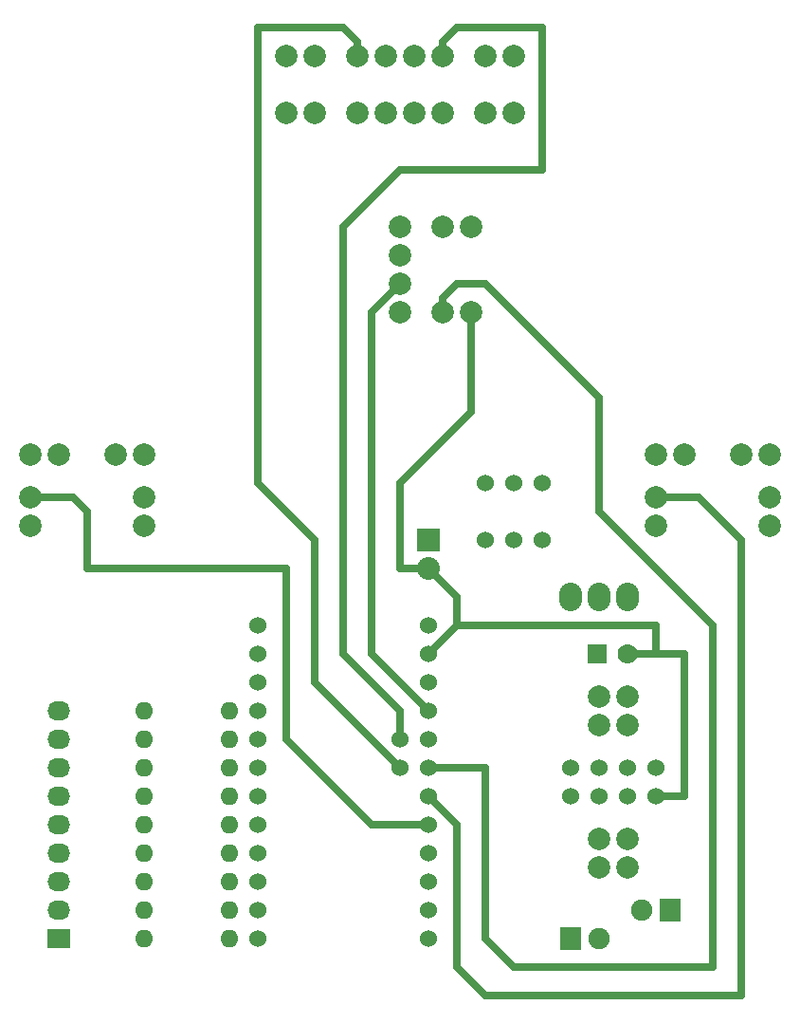
<source format=gbr>
G04 #@! TF.FileFunction,Copper,L2,Bot,Signal*
%FSLAX46Y46*%
G04 Gerber Fmt 4.6, Leading zero omitted, Abs format (unit mm)*
G04 Created by KiCad (PCBNEW 4.0.2+dfsg1-stable) date Пан 28 Сак 2016 16:34:23*
%MOMM*%
G01*
G04 APERTURE LIST*
%ADD10C,0.100000*%
%ADD11C,1.524000*%
%ADD12O,1.600000X1.600000*%
%ADD13O,2.032000X2.540000*%
%ADD14R,1.778000X1.778000*%
%ADD15C,1.778000*%
%ADD16R,1.900000X2.000000*%
%ADD17C,1.900000*%
%ADD18R,2.032000X1.727200*%
%ADD19O,2.032000X1.727200*%
%ADD20R,2.032000X2.032000*%
%ADD21O,2.032000X2.032000*%
%ADD22C,1.998980*%
%ADD23C,2.000000*%
%ADD24C,0.700000*%
G04 APERTURE END LIST*
D10*
D11*
X152400000Y-93980000D03*
X154940000Y-93980000D03*
X157480000Y-93980000D03*
X152400000Y-99060000D03*
X154940000Y-99060000D03*
X157480000Y-99060000D03*
D12*
X129540000Y-134620000D03*
X129540000Y-132080000D03*
X129540000Y-129540000D03*
X129540000Y-127000000D03*
X129540000Y-124460000D03*
X129540000Y-121920000D03*
X129540000Y-119380000D03*
X129540000Y-116840000D03*
X129540000Y-114300000D03*
X121920000Y-114300000D03*
X121920000Y-116840000D03*
X121920000Y-119380000D03*
X121920000Y-121920000D03*
X121920000Y-124460000D03*
X121920000Y-127000000D03*
X121920000Y-129540000D03*
X121920000Y-132080000D03*
X121920000Y-134620000D03*
D11*
X147320000Y-106680000D03*
X147320000Y-109220000D03*
X147320000Y-111760000D03*
X147320000Y-114300000D03*
X147320000Y-116840000D03*
X147320000Y-119380000D03*
X147320000Y-121920000D03*
X147320000Y-124460000D03*
X147320000Y-127000000D03*
X147320000Y-129540000D03*
X147320000Y-132080000D03*
X147320000Y-134620000D03*
X144780000Y-116840000D03*
X144780000Y-119380000D03*
X132080000Y-134620000D03*
X132080000Y-132080000D03*
X132080000Y-129540000D03*
X132080000Y-127000000D03*
X132080000Y-124460000D03*
X132080000Y-121920000D03*
X132080000Y-119380000D03*
X132080000Y-116840000D03*
X132080000Y-114300000D03*
X132080000Y-111760000D03*
X132080000Y-109220000D03*
X132080000Y-106680000D03*
D13*
X165100000Y-104140000D03*
X162560000Y-104140000D03*
X160020000Y-104140000D03*
D14*
X162433000Y-109220000D03*
D15*
X165100000Y-109220000D03*
D16*
X160020000Y-134620000D03*
D17*
X162560000Y-134620000D03*
D16*
X168910000Y-132080000D03*
D17*
X166370000Y-132080000D03*
D18*
X114300000Y-134620000D03*
D19*
X114300000Y-132080000D03*
X114300000Y-129540000D03*
X114300000Y-127000000D03*
X114300000Y-124460000D03*
X114300000Y-121920000D03*
X114300000Y-119380000D03*
X114300000Y-116840000D03*
X114300000Y-114300000D03*
D20*
X147320000Y-99060000D03*
D21*
X147320000Y-101600000D03*
D22*
X162560000Y-125730000D03*
X162560000Y-128270000D03*
X162560000Y-113030000D03*
X162560000Y-115570000D03*
X165100000Y-113030000D03*
X165100000Y-115570000D03*
X165100000Y-125730000D03*
X165100000Y-128270000D03*
D11*
X160020000Y-119380000D03*
X162560000Y-119380000D03*
X165100000Y-119380000D03*
X167640000Y-119380000D03*
X167640000Y-121920000D03*
X165100000Y-121920000D03*
X162560000Y-121920000D03*
X160020000Y-121920000D03*
D23*
X137160000Y-60960000D03*
X134620000Y-60960000D03*
X137160000Y-55880000D03*
X134620000Y-55880000D03*
X121920000Y-91440000D03*
X119380000Y-91440000D03*
X111760000Y-91440000D03*
X114300000Y-91440000D03*
X144780000Y-71120000D03*
X144780000Y-73660000D03*
X144780000Y-78740000D03*
X144780000Y-76200000D03*
X152400000Y-60960000D03*
X154940000Y-60960000D03*
X152400000Y-55880000D03*
X154940000Y-55880000D03*
X177800000Y-91440000D03*
X175260000Y-91440000D03*
X167640000Y-91440000D03*
X170180000Y-91440000D03*
D22*
X140970000Y-60960000D03*
X143510000Y-60960000D03*
X140970000Y-55880000D03*
X143510000Y-55880000D03*
X121920000Y-95250000D03*
X121920000Y-97790000D03*
X111760000Y-95250000D03*
X111760000Y-97790000D03*
X148590000Y-71120000D03*
X151130000Y-71120000D03*
X148590000Y-78740000D03*
X151130000Y-78740000D03*
X148590000Y-60960000D03*
X146050000Y-60960000D03*
X148590000Y-55880000D03*
X146050000Y-55880000D03*
X177800000Y-95250000D03*
X177800000Y-97790000D03*
X167640000Y-95250000D03*
X167640000Y-97790000D03*
D24*
X147320000Y-101600000D02*
X144780000Y-101600000D01*
X151130000Y-87630000D02*
X144780000Y-93980000D01*
X144780000Y-93980000D02*
X144780000Y-101600000D01*
X151130000Y-87630000D02*
X151130000Y-78740000D01*
X149860000Y-106680000D02*
X167640000Y-106680000D01*
X167640000Y-106680000D02*
X167640000Y-109220000D01*
X167640000Y-121920000D02*
X170180000Y-121920000D01*
X170180000Y-121920000D02*
X170180000Y-109220000D01*
X170180000Y-109220000D02*
X167640000Y-109220000D01*
X167640000Y-109220000D02*
X165100000Y-109220000D01*
X147320000Y-109220000D02*
X149860000Y-106680000D01*
X149860000Y-104140000D02*
X147320000Y-101600000D01*
X149860000Y-106680000D02*
X149860000Y-104140000D01*
X144780000Y-76200000D02*
X142240000Y-78740000D01*
X142240000Y-109220000D02*
X147320000Y-114300000D01*
X142240000Y-106680000D02*
X142240000Y-109220000D01*
X142240000Y-78740000D02*
X142240000Y-106680000D01*
X140970000Y-55880000D02*
X140970000Y-54610000D01*
X137160000Y-111760000D02*
X144780000Y-119380000D01*
X137160000Y-99060000D02*
X137160000Y-111760000D01*
X132080000Y-93980000D02*
X137160000Y-99060000D01*
X132080000Y-53340000D02*
X132080000Y-93980000D01*
X139700000Y-53340000D02*
X132080000Y-53340000D01*
X140970000Y-54610000D02*
X139700000Y-53340000D01*
X147320000Y-124460000D02*
X142240000Y-124460000D01*
X115570000Y-95250000D02*
X111760000Y-95250000D01*
X116840000Y-96520000D02*
X115570000Y-95250000D01*
X116840000Y-101600000D02*
X116840000Y-96520000D01*
X134620000Y-101600000D02*
X116840000Y-101600000D01*
X134620000Y-116840000D02*
X134620000Y-101600000D01*
X142240000Y-124460000D02*
X134620000Y-116840000D01*
X148590000Y-78740000D02*
X148590000Y-77470000D01*
X152400000Y-119380000D02*
X147320000Y-119380000D01*
X152400000Y-134620000D02*
X152400000Y-119380000D01*
X154940000Y-137160000D02*
X152400000Y-134620000D01*
X167640000Y-137160000D02*
X154940000Y-137160000D01*
X172720000Y-137160000D02*
X167640000Y-137160000D01*
X172720000Y-106680000D02*
X172720000Y-137160000D01*
X162560000Y-96520000D02*
X172720000Y-106680000D01*
X162560000Y-86360000D02*
X162560000Y-96520000D01*
X152400000Y-76200000D02*
X162560000Y-86360000D01*
X149860000Y-76200000D02*
X152400000Y-76200000D01*
X148590000Y-77470000D02*
X149860000Y-76200000D01*
X144780000Y-116840000D02*
X144780000Y-114300000D01*
X148590000Y-54610000D02*
X148590000Y-55880000D01*
X149860000Y-53340000D02*
X148590000Y-54610000D01*
X157480000Y-53340000D02*
X149860000Y-53340000D01*
X157480000Y-66040000D02*
X157480000Y-53340000D01*
X144780000Y-66040000D02*
X157480000Y-66040000D01*
X139700000Y-71120000D02*
X144780000Y-66040000D01*
X139700000Y-109220000D02*
X139700000Y-71120000D01*
X144780000Y-114300000D02*
X139700000Y-109220000D01*
X147320000Y-121920000D02*
X149860000Y-124460000D01*
X171450000Y-95250000D02*
X167640000Y-95250000D01*
X175260000Y-99060000D02*
X171450000Y-95250000D01*
X175260000Y-139700000D02*
X175260000Y-99060000D01*
X152400000Y-139700000D02*
X175260000Y-139700000D01*
X149860000Y-137160000D02*
X152400000Y-139700000D01*
X149860000Y-124460000D02*
X149860000Y-137160000D01*
M02*

</source>
